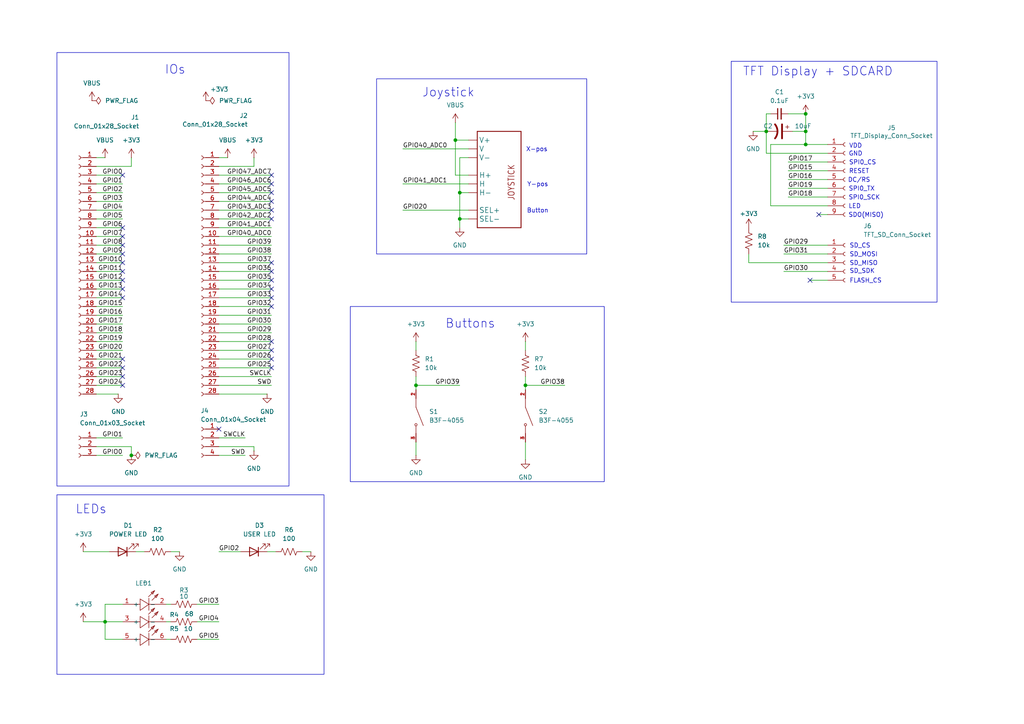
<source format=kicad_sch>
(kicad_sch (version 20250114) (generator "eeschema") (generator_version "9.0")
  (paper "A4")
  (lib_symbols
    (symbol "B3F:B3F-4055" (pin_names (offset 1.016))
      (property "Reference" "S" (at -2.54 2.54 0))
      (property "Value" "B3F-4055" (at -2.54 -2.54 0))
      (symbol "B3F-4055_0_0"
        (polyline (pts (xy -2.54 0) (xy -5.08 0)) (stroke (width 0.1524)))
        (polyline (pts (xy -2.54 0) (xy 2.794 2.1336)) (stroke (width 0.1524)))
        (circle (center 2.54 0) (radius 0.3302) (stroke (width 0.1524)))
        (polyline (pts (xy 5.08 0) (xy 2.921 0)) (stroke (width 0.1524)))
        (pin passive line (at -7.62 0 0) (length 2.54) (name "~") (number "1"))
        (pin passive line (at -7.62 0 0) (length 2.54) (name "~") (number "2"))
        (pin passive line (at 7.62 0 180) (length 2.54) (name "~") (number "3"))
        (pin passive line (at 7.62 0 180) (length 2.54) (name "~") (number "4"))
      )
    )
    (symbol "Connector:Conn_01x03_Socket" (pin_names (offset 1.016) (hide yes))
      (property "Reference" "J" (at 0 5.08 0))
      (property "Value" "Conn_01x03_Socket" (at 0 -5.08 0))
      (symbol "Conn_01x03_Socket_1_1"
        (polyline (pts (xy -1.27 2.54) (xy -0.508 2.54)) (stroke (width 0.1524)))
        (polyline (pts (xy -1.27 0) (xy -0.508 0)) (stroke (width 0.1524)))
        (polyline (pts (xy -1.27 -2.54) (xy -0.508 -2.54)) (stroke (width 0.1524)))
        (arc (start 0 2.032) (mid -0.5058 2.54) (end 0 3.048) (stroke (width 0.1524)))
        (arc (start 0 -0.508) (mid -0.5058 0) (end 0 0.508) (stroke (width 0.1524)))
        (arc (start 0 -3.048) (mid -0.5058 -2.54) (end 0 -2.032) (stroke (width 0.1524)))
        (pin passive line (at -5.08 2.54 0) (length 3.81) (name "Pin_1") (number "1"))
        (pin passive line (at -5.08 0 0) (length 3.81) (name "Pin_2") (number "2"))
        (pin passive line (at -5.08 -2.54 0) (length 3.81) (name "Pin_3") (number "3"))
      )
    )
    (symbol "Connector:Conn_01x04_Socket" (pin_names (offset 1.016) (hide yes))
      (property "Reference" "J" (at 0 5.08 0))
      (property "Value" "Conn_01x04_Socket" (at 0 -7.62 0))
      (symbol "Conn_01x04_Socket_1_1"
        (polyline (pts (xy -1.27 2.54) (xy -0.508 2.54)) (stroke (width 0.1524)))
        (polyline (pts (xy -1.27 0) (xy -0.508 0)) (stroke (width 0.1524)))
        (polyline (pts (xy -1.27 -2.54) (xy -0.508 -2.54)) (stroke (width 0.1524)))
        (polyline (pts (xy -1.27 -5.08) (xy -0.508 -5.08)) (stroke (width 0.1524)))
        (arc (start 0 2.032) (mid -0.5058 2.54) (end 0 3.048) (stroke (width 0.1524)))
        (arc (start 0 -0.508) (mid -0.5058 0) (end 0 0.508) (stroke (width 0.1524)))
        (arc (start 0 -3.048) (mid -0.5058 -2.54) (end 0 -2.032) (stroke (width 0.1524)))
        (arc (start 0 -5.588) (mid -0.5058 -5.08) (end 0 -4.572) (stroke (width 0.1524)))
        (pin passive line (at -5.08 2.54 0) (length 3.81) (name "Pin_1") (number "1"))
        (pin passive line (at -5.08 0 0) (length 3.81) (name "Pin_2") (number "2"))
        (pin passive line (at -5.08 -2.54 0) (length 3.81) (name "Pin_3") (number "3"))
        (pin passive line (at -5.08 -5.08 0) (length 3.81) (name "Pin_4") (number "4"))
      )
    )
    (symbol "Connector:Conn_01x05_Socket" (pin_names (offset 1.016) (hide yes))
      (property "Reference" "J" (at 0 7.62 0))
      (property "Value" "Conn_01x05_Socket" (at 0 -7.62 0))
      (symbol "Conn_01x05_Socket_1_1"
        (polyline (pts (xy -1.27 5.08) (xy -0.508 5.08)) (stroke (width 0.1524)))
        (polyline (pts (xy -1.27 2.54) (xy -0.508 2.54)) (stroke (width 0.1524)))
        (polyline (pts (xy -1.27 0) (xy -0.508 0)) (stroke (width 0.1524)))
        (polyline (pts (xy -1.27 -2.54) (xy -0.508 -2.54)) (stroke (width 0.1524)))
        (polyline (pts (xy -1.27 -5.08) (xy -0.508 -5.08)) (stroke (width 0.1524)))
        (arc (start 0 4.572) (mid -0.5058 5.08) (end 0 5.588) (stroke (width 0.1524)))
        (arc (start 0 2.032) (mid -0.5058 2.54) (end 0 3.048) (stroke (width 0.1524)))
        (arc (start 0 -0.508) (mid -0.5058 0) (end 0 0.508) (stroke (width 0.1524)))
        (arc (start 0 -3.048) (mid -0.5058 -2.54) (end 0 -2.032) (stroke (width 0.1524)))
        (arc (start 0 -5.588) (mid -0.5058 -5.08) (end 0 -4.572) (stroke (width 0.1524)))
        (pin passive line (at -5.08 5.08 0) (length 3.81) (name "Pin_1") (number "1"))
        (pin passive line (at -5.08 2.54 0) (length 3.81) (name "Pin_2") (number "2"))
        (pin passive line (at -5.08 0 0) (length 3.81) (name "Pin_3") (number "3"))
        (pin passive line (at -5.08 -2.54 0) (length 3.81) (name "Pin_4") (number "4"))
        (pin passive line (at -5.08 -5.08 0) (length 3.81) (name "Pin_5") (number "5"))
      )
    )
    (symbol "Connector:Conn_01x09_Socket" (pin_names (offset 1.016) (hide yes))
      (property "Reference" "J" (at 0 12.7 0))
      (property "Value" "Conn_01x09_Socket" (at 0 -12.7 0))
      (symbol "Conn_01x09_Socket_1_1"
        (polyline (pts (xy -1.27 10.16) (xy -0.508 10.16)) (stroke (width 0.1524)))
        (polyline (pts (xy -1.27 7.62) (xy -0.508 7.62)) (stroke (width 0.1524)))
        (polyline (pts (xy -1.27 5.08) (xy -0.508 5.08)) (stroke (width 0.1524)))
        (polyline (pts (xy -1.27 2.54) (xy -0.508 2.54)) (stroke (width 0.1524)))
        (polyline (pts (xy -1.27 0) (xy -0.508 0)) (stroke (width 0.1524)))
        (polyline (pts (xy -1.27 -2.54) (xy -0.508 -2.54)) (stroke (width 0.1524)))
        (polyline (pts (xy -1.27 -5.08) (xy -0.508 -5.08)) (stroke (width 0.1524)))
        (polyline (pts (xy -1.27 -7.62) (xy -0.508 -7.62)) (stroke (width 0.1524)))
        (polyline (pts (xy -1.27 -10.16) (xy -0.508 -10.16)) (stroke (width 0.1524)))
        (arc (start 0 9.652) (mid -0.5058 10.16) (end 0 10.668) (stroke (width 0.1524)))
        (arc (start 0 7.112) (mid -0.5058 7.62) (end 0 8.128) (stroke (width 0.1524)))
        (arc (start 0 4.572) (mid -0.5058 5.08) (end 0 5.588) (stroke (width 0.1524)))
        (arc (start 0 2.032) (mid -0.5058 2.54) (end 0 3.048) (stroke (width 0.1524)))
        (arc (start 0 -0.508) (mid -0.5058 0) (end 0 0.508) (stroke (width 0.1524)))
        (arc (start 0 -3.048) (mid -0.5058 -2.54) (end 0 -2.032) (stroke (width 0.1524)))
        (arc (start 0 -5.588) (mid -0.5058 -5.08) (end 0 -4.572) (stroke (width 0.1524)))
        (arc (start 0 -8.128) (mid -0.5058 -7.62) (end 0 -7.112) (stroke (width 0.1524)))
        (arc (start 0 -10.668) (mid -0.5058 -10.16) (end 0 -9.652) (stroke (width 0.1524)))
        (pin passive line (at -5.08 10.16 0) (length 3.81) (name "Pin_1") (number "1"))
        (pin passive line (at -5.08 7.62 0) (length 3.81) (name "Pin_2") (number "2"))
        (pin passive line (at -5.08 5.08 0) (length 3.81) (name "Pin_3") (number "3"))
        (pin passive line (at -5.08 2.54 0) (length 3.81) (name "Pin_4") (number "4"))
        (pin passive line (at -5.08 0 0) (length 3.81) (name "Pin_5") (number "5"))
        (pin passive line (at -5.08 -2.54 0) (length 3.81) (name "Pin_6") (number "6"))
        (pin passive line (at -5.08 -5.08 0) (length 3.81) (name "Pin_7") (number "7"))
        (pin passive line (at -5.08 -7.62 0) (length 3.81) (name "Pin_8") (number "8"))
        (pin passive line (at -5.08 -10.16 0) (length 3.81) (name "Pin_9") (number "9"))
      )
    )
    (symbol "Connector:Conn_01x28_Socket" (pin_names (offset 1.016) (hide yes))
      (property "Reference" "J" (at 0 35.56 0))
      (property "Value" "Conn_01x28_Socket" (at 0 -38.1 0))
      (symbol "Conn_01x28_Socket_1_1"
        (polyline (pts (xy -1.27 33.02) (xy -0.508 33.02)) (stroke (width 0.1524)))
        (polyline (pts (xy -1.27 30.48) (xy -0.508 30.48)) (stroke (width 0.1524)))
        (polyline (pts (xy -1.27 27.94) (xy -0.508 27.94)) (stroke (width 0.1524)))
        (polyline (pts (xy -1.27 25.4) (xy -0.508 25.4)) (stroke (width 0.1524)))
        (polyline (pts (xy -1.27 22.86) (xy -0.508 22.86)) (stroke (width 0.1524)))
        (polyline (pts (xy -1.27 20.32) (xy -0.508 20.32)) (stroke (width 0.1524)))
        (polyline (pts (xy -1.27 17.78) (xy -0.508 17.78)) (stroke (width 0.1524)))
        (polyline (pts (xy -1.27 15.24) (xy -0.508 15.24)) (stroke (width 0.1524)))
        (polyline (pts (xy -1.27 12.7) (xy -0.508 12.7)) (stroke (width 0.1524)))
        (polyline (pts (xy -1.27 10.16) (xy -0.508 10.16)) (stroke (width 0.1524)))
        (polyline (pts (xy -1.27 7.62) (xy -0.508 7.62)) (stroke (width 0.1524)))
        (polyline (pts (xy -1.27 5.08) (xy -0.508 5.08)) (stroke (width 0.1524)))
        (polyline (pts (xy -1.27 2.54) (xy -0.508 2.54)) (stroke (width 0.1524)))
        (polyline (pts (xy -1.27 0) (xy -0.508 0)) (stroke (width 0.1524)))
        (polyline (pts (xy -1.27 -2.54) (xy -0.508 -2.54)) (stroke (width 0.1524)))
        (polyline (pts (xy -1.27 -5.08) (xy -0.508 -5.08)) (stroke (width 0.1524)))
        (polyline (pts (xy -1.27 -7.62) (xy -0.508 -7.62)) (stroke (width 0.1524)))
        (polyline (pts (xy -1.27 -10.16) (xy -0.508 -10.16)) (stroke (width 0.1524)))
        (polyline (pts (xy -1.27 -12.7) (xy -0.508 -12.7)) (stroke (width 0.1524)))
        (polyline (pts (xy -1.27 -15.24) (xy -0.508 -15.24)) (stroke (width 0.1524)))
        (polyline (pts (xy -1.27 -17.78) (xy -0.508 -17.78)) (stroke (width 0.1524)))
        (polyline (pts (xy -1.27 -20.32) (xy -0.508 -20.32)) (stroke (width 0.1524)))
        (polyline (pts (xy -1.27 -22.86) (xy -0.508 -22.86)) (stroke (width 0.1524)))
        (polyline (pts (xy -1.27 -25.4) (xy -0.508 -25.4)) (stroke (width 0.1524)))
        (polyline (pts (xy -1.27 -27.94) (xy -0.508 -27.94)) (stroke (width 0.1524)))
        (polyline (pts (xy -1.27 -30.48) (xy -0.508 -30.48)) (stroke (width 0.1524)))
        (polyline (pts (xy -1.27 -33.02) (xy -0.508 -33.02)) (stroke (width 0.1524)))
        (polyline (pts (xy -1.27 -35.56) (xy -0.508 -35.56)) (stroke (width 0.1524)))
        (arc (start 0 32.512) (mid -0.5058 33.02) (end 0 33.528) (stroke (width 0.1524)))
        (arc (start 0 29.972) (mid -0.5058 30.48) (end 0 30.988) (stroke (width 0.1524)))
        (arc (start 0 27.432) (mid -0.5058 27.94) (end 0 28.448) (stroke (width 0.1524)))
        (arc (start 0 24.892) (mid -0.5058 25.4) (end 0 25.908) (stroke (width 0.1524)))
        (arc (start 0 22.352) (mid -0.5058 22.86) (end 0 23.368) (stroke (width 0.1524)))
        (arc (start 0 19.812) (mid -0.5058 20.32) (end 0 20.828) (stroke (width 0.1524)))
        (arc (start 0 17.272) (mid -0.5058 17.78) (end 0 18.288) (stroke (width 0.1524)))
        (arc (start 0 14.732) (mid -0.5058 15.24) (end 0 15.748) (stroke (width 0.1524)))
        (arc (start 0 12.192) (mid -0.5058 12.7) (end 0 13.208) (stroke (width 0.1524)))
        (arc (start 0 9.652) (mid -0.5058 10.16) (end 0 10.668) (stroke (width 0.1524)))
        (arc (start 0 7.112) (mid -0.5058 7.62) (end 0 8.128) (stroke (width 0.1524)))
        (arc (start 0 4.572) (mid -0.5058 5.08) (end 0 5.588) (stroke (width 0.1524)))
        (arc (start 0 2.032) (mid -0.5058 2.54) (end 0 3.048) (stroke (width 0.1524)))
        (arc (start 0 -0.508) (mid -0.5058 0) (end 0 0.508) (stroke (width 0.1524)))
        (arc (start 0 -3.048) (mid -0.5058 -2.54) (end 0 -2.032) (stroke (width 0.1524)))
        (arc (start 0 -5.588) (mid -0.5058 -5.08) (end 0 -4.572) (stroke (width 0.1524)))
        (arc (start 0 -8.128) (mid -0.5058 -7.62) (end 0 -7.112) (stroke (width 0.1524)))
        (arc (start 0 -10.668) (mid -0.5058 -10.16) (end 0 -9.652) (stroke (width 0.1524)))
        (arc (start 0 -13.208) (mid -0.5058 -12.7) (end 0 -12.192) (stroke (width 0.1524)))
        (arc (start 0 -15.748) (mid -0.5058 -15.24) (end 0 -14.732) (stroke (width 0.1524)))
        (arc (start 0 -18.288) (mid -0.5058 -17.78) (end 0 -17.272) (stroke (width 0.1524)))
        (arc (start 0 -20.828) (mid -0.5058 -20.32) (end 0 -19.812) (stroke (width 0.1524)))
        (arc (start 0 -23.368) (mid -0.5058 -22.86) (end 0 -22.352) (stroke (width 0.1524)))
        (arc (start 0 -25.908) (mid -0.5058 -25.4) (end 0 -24.892) (stroke (width 0.1524)))
        (arc (start 0 -28.448) (mid -0.5058 -27.94) (end 0 -27.432) (stroke (width 0.1524)))
        (arc (start 0 -30.988) (mid -0.5058 -30.48) (end 0 -29.972) (stroke (width 0.1524)))
        (arc (start 0 -33.528) (mid -0.5058 -33.02) (end 0 -32.512) (stroke (width 0.1524)))
        (arc (start 0 -36.068) (mid -0.5058 -35.56) (end 0 -35.052) (stroke (width 0.1524)))
        (pin passive line (at -5.08 33.02 0) (length 3.81) (name "Pin_1") (number "1"))
        (pin passive line (at -5.08 30.48 0) (length 3.81) (name "Pin_2") (number "2"))
        (pin passive line (at -5.08 27.94 0) (length 3.81) (name "Pin_3") (number "3"))
        (pin passive line (at -5.08 25.4 0) (length 3.81) (name "Pin_4") (number "4"))
        (pin passive line (at -5.08 22.86 0) (length 3.81) (name "Pin_5") (number "5"))
        (pin passive line (at -5.08 20.32 0) (length 3.81) (name "Pin_6") (number "6"))
        (pin passive line (at -5.08 17.78 0) (length 3.81) (name "Pin_7") (number "7"))
        (pin passive line (at -5.08 15.24 0) (length 3.81) (name "Pin_8") (number "8"))
        (pin passive line (at -5.08 12.7 0) (length 3.81) (name "Pin_9") (number "9"))
        (pin passive line (at -5.08 10.16 0) (length 3.81) (name "Pin_10") (number "10"))
        (pin passive line (at -5.08 7.62 0) (length 3.81) (name "Pin_11") (number "11"))
        (pin passive line (at -5.08 5.08 0) (length 3.81) (name "Pin_12") (number "12"))
        (pin passive line (at -5.08 2.54 0) (length 3.81) (name "Pin_13") (number "13"))
        (pin passive line (at -5.08 0 0) (length 3.81) (name "Pin_14") (number "14"))
        (pin passive line (at -5.08 -2.54 0) (length 3.81) (name "Pin_15") (number "15"))
        (pin passive line (at -5.08 -5.08 0) (length 3.81) (name "Pin_16") (number "16"))
        (pin passive line (at -5.08 -7.62 0) (length 3.81) (name "Pin_17") (number "17"))
        (pin passive line (at -5.08 -10.16 0) (length 3.81) (name "Pin_18") (number "18"))
        (pin passive line (at -5.08 -12.7 0) (length 3.81) (name "Pin_19") (number "19"))
        (pin passive line (at -5.08 -15.24 0) (length 3.81) (name "Pin_20") (number "20"))
        (pin passive line (at -5.08 -17.78 0) (length 3.81) (name "Pin_21") (number "21"))
        (pin passive line (at -5.08 -20.32 0) (length 3.81) (name "Pin_22") (number "22"))
        (pin passive line (at -5.08 -22.86 0) (length 3.81) (name "Pin_23") (number "23"))
        (pin passive line (at -5.08 -25.4 0) (length 3.81) (name "Pin_24") (number "24"))
        (pin passive line (at -5.08 -27.94 0) (length 3.81) (name "Pin_25") (number "25"))
        (pin passive line (at -5.08 -30.48 0) (length 3.81) (name "Pin_26") (number "26"))
        (pin passive line (at -5.08 -33.02 0) (length 3.81) (name "Pin_27") (number "27"))
        (pin passive line (at -5.08 -35.56 0) (length 3.81) (name "Pin_28") (number "28"))
      )
    )
    (symbol "Device:C_Polarized_US" (pin_numbers (hide yes)) (pin_names (offset 0.254) (hide yes))
      (property "Reference" "C" (at 0.635 2.54 0))
      (property "Value" "C_Polarized_US" (at 0.635 -2.54 0))
      (symbol "C_Polarized_US_0_1"
        (polyline (pts (xy -2.032 0.762) (xy 2.032 0.762)) (stroke (width 0.508)))
        (polyline (pts (xy -1.778 2.286) (xy -0.762 2.286)))
        (polyline (pts (xy -1.27 1.778) (xy -1.27 2.794)))
        (arc (start -2.032 -1.27) (mid 0 -0.5572) (end 2.032 -1.27) (stroke (width 0.508)))
      )
      (symbol "C_Polarized_US_1_1"
        (pin passive line (at 0 3.81 270) (length 2.794) (name "~") (number "1"))
        (pin passive line (at 0 -3.81 90) (length 3.302) (name "~") (number "2"))
      )
    )
    (symbol "Device:C_Small" (pin_numbers (hide yes)) (pin_names (offset 0.254) (hide yes))
      (property "Reference" "C" (at 0.254 1.778 0))
      (property "Value" "C_Small" (at 0.254 -2.032 0))
      (symbol "C_Small_0_1"
        (polyline (pts (xy -1.524 0.508) (xy 1.524 0.508)) (stroke (width 0.3048)))
        (polyline (pts (xy -1.524 -0.508) (xy 1.524 -0.508)) (stroke (width 0.3302)))
      )
      (symbol "C_Small_1_1"
        (pin passive line (at 0 2.54 270) (length 2.032) (name "~") (number "1"))
        (pin passive line (at 0 -2.54 90) (length 2.032) (name "~") (number "2"))
      )
    )
    (symbol "Device:LED" (pin_numbers (hide yes)) (pin_names (offset 1.016) (hide yes))
      (property "Reference" "D" (at 0 2.54 0))
      (property "Value" "LED" (at 0 -2.54 0))
      (symbol "LED_0_1"
        (polyline (pts (xy -3.048 -0.762) (xy -4.572 -2.286) (xy -3.81 -2.286) (xy -4.572 -2.286) (xy -4.572 -1.524)))
        (polyline (pts (xy -1.778 -0.762) (xy -3.302 -2.286) (xy -2.54 -2.286) (xy -3.302 -2.286) (xy -3.302 -1.524)))
        (polyline (pts (xy -1.27 0) (xy 1.27 0)))
        (polyline (pts (xy -1.27 -1.27) (xy -1.27 1.27)) (stroke (width 0.254)))
        (polyline (pts (xy 1.27 -1.27) (xy 1.27 1.27) (xy -1.27 0) (xy 1.27 -1.27)) (stroke (width 0.254)))
      )
      (symbol "LED_1_1"
        (pin passive line (at -3.81 0 0) (length 2.54) (name "K") (number "1"))
        (pin passive line (at 3.81 0 180) (length 2.54) (name "A") (number "2"))
      )
    )
    (symbol "Device:R_US" (pin_numbers (hide yes)) (pin_names (offset 0))
      (property "Reference" "R" (at 2.54 0 90))
      (property "Value" "R_US" (at -2.54 0 90))
      (symbol "R_US_0_1"
        (polyline (pts (xy 0 2.286) (xy 0 2.54)))
        (polyline (pts (xy 0 2.286) (xy 1.016 1.905) (xy 0 1.524) (xy -1.016 1.143) (xy 0 0.762)))
        (polyline (pts (xy 0 0.762) (xy 1.016 0.381) (xy 0 0) (xy -1.016 -0.381) (xy 0 -0.762)))
        (polyline (pts (xy 0 -0.762) (xy 1.016 -1.143) (xy 0 -1.524) (xy -1.016 -1.905) (xy 0 -2.286)))
        (polyline (pts (xy 0 -2.286) (xy 0 -2.54)))
      )
      (symbol "R_US_1_1"
        (pin passive line (at 0 3.81 270) (length 1.27) (name "~") (number "1"))
        (pin passive line (at 0 -3.81 90) (length 1.27) (name "~") (number "2"))
      )
    )
    (symbol "SMD-6P,1.6x1.5mm RGB LEDs:E6C1615RGBC3UDA"
      (property "Reference" "LED" (at 0 0 0))
      (symbol "E6C1615RGBC3UDA_1_0"
        (polyline (pts (xy -9.017 4.191) (xy -8.509 3.175) (xy -8.509 3.175) (xy -8.001 3.683) (xy -8.001 3.683) (xy -9.017 4.191)))
        (polyline (pts (xy -8.001 5.207) (xy -7.493 4.191) (xy -7.493 4.191) (xy -6.985 4.699) (xy -6.985 4.699) (xy -8.001 5.207)))
        (polyline (pts (xy -7.239 2.413) (xy -9.017 4.191)))
        (polyline (pts (xy -6.858 2.54) (xy -3.302 2.54)))
        (polyline (pts (xy -6.604 0) (xy -5.08 2.54) (xy -5.08 2.54) (xy -3.302 0) (xy -3.302 0) (xy -6.604 0)))
        (polyline (pts (xy -6.223 3.429) (xy -8.001 5.207)))
        (polyline (pts (xy -5.08 2.54) (xy -5.08 5.08)))
        (polyline (pts (xy -5.08 0) (xy -5.08 -2.54)))
        (polyline (pts (xy -3.937 4.191) (xy -3.429 3.175) (xy -3.429 3.175) (xy -2.921 3.683) (xy -2.921 3.683) (xy -3.937 4.191)))
        (polyline (pts (xy -2.921 5.207) (xy -2.413 4.191) (xy -2.413 4.191) (xy -1.905 4.699) (xy -1.905 4.699) (xy -2.921 5.207)))
        (polyline (pts (xy -2.159 2.413) (xy -3.937 4.191)))
        (polyline (pts (xy -1.778 2.54) (xy 1.778 2.54)))
        (polyline (pts (xy -1.524 0) (xy 0 2.54) (xy 0 2.54) (xy 1.778 0) (xy 1.778 0) (xy -1.524 0)))
        (polyline (pts (xy -1.143 3.429) (xy -2.921 5.207)))
        (polyline (pts (xy 0 2.54) (xy 0 5.08)))
        (polyline (pts (xy 0 0) (xy 0 -2.54)))
        (polyline (pts (xy 1.143 4.191) (xy 1.651 3.175) (xy 1.651 3.175) (xy 2.159 3.683) (xy 2.159 3.683) (xy 1.143 4.191)))
        (polyline (pts (xy 2.159 5.207) (xy 2.667 4.191) (xy 2.667 4.191) (xy 3.175 4.699) (xy 3.175 4.699) (xy 2.159 5.207)))
        (polyline (pts (xy 2.921 2.413) (xy 1.143 4.191)))
        (polyline (pts (xy 3.302 2.54) (xy 6.858 2.54)))
        (polyline (pts (xy 3.556 0) (xy 5.08 2.54) (xy 5.08 2.54) (xy 6.858 0) (xy 6.858 0) (xy 3.556 0)))
        (polyline (pts (xy 3.937 3.429) (xy 2.159 5.207)))
        (polyline (pts (xy 5.08 2.54) (xy 5.08 5.08)))
        (polyline (pts (xy 5.08 0) (xy 5.08 -2.54)))
        (pin unspecified line (at -5.08 7.62 270) (length 2.54) (name "-") (number "2"))
        (pin unspecified line (at -5.08 -5.08 90) (length 2.54) (name "+") (number "1"))
        (pin unspecified line (at 0 7.62 270) (length 2.54) (name "-") (number "4"))
        (pin unspecified line (at 0 -5.08 90) (length 2.54) (name "+") (number "3"))
        (pin unspecified line (at 5.08 7.62 270) (length 2.54) (name "-") (number "6"))
        (pin unspecified line (at 5.08 -5.08 90) (length 2.54) (name "+") (number "5"))
      )
    )
    (symbol "joystick:adafruit_JOYSTICKPTH"
      (symbol "adafruit_JOYSTICKPTH_1_0"
        (polyline (pts (xy -7.62 12.7) (xy 5.08 12.7)) (stroke (width 0.254)))
        (polyline (pts (xy -7.62 -15.24) (xy -7.62 12.7)) (stroke (width 0.254)))
        (polyline (pts (xy 5.08 12.7) (xy 5.08 -15.24)) (stroke (width 0.254)))
        (polyline (pts (xy 5.08 -15.24) (xy -7.62 -15.24)) (stroke (width 0.254)))
        (text "JOYSTICK" (at 3.302 -7.366 900) (effects (font (size 1.778 1.5113)) (justify left bottom)))
        (pin power_in line (at -10.16 10.16 0) (length 2.54) (name "V+") (number "V1"))
        (pin output line (at -10.16 7.62 0) (length 2.54) (name "V") (number "V2"))
        (pin power_in line (at -10.16 5.08 0) (length 2.54) (name "V-") (number "V3"))
        (pin power_in line (at -10.16 0 0) (length 2.54) (name "H+") (number "H1"))
        (pin output line (at -10.16 -2.54 0) (length 2.54) (name "H") (number "H2"))
        (pin power_in line (at -10.16 -5.08 0) (length 2.54) (name "H-") (number "H3"))
        (pin output line (at -10.16 -10.16 0) (length 2.54) (name "SEL+") (number "B1A"))
        (pin power_in line (at -10.16 -12.7 0) (length 2.54) (name "SEL-") (number "B2A"))
      )
    )
    (symbol "power:+3V3" (power) (pin_numbers (hide yes)) (pin_names (offset 0) (hide yes))
      (property "Value" "+3V3" (at 0 3.556 0))
      (symbol "+3V3_0_1"
        (polyline (pts (xy -0.762 1.27) (xy 0 2.54)))
        (polyline (pts (xy 0 2.54) (xy 0.762 1.27)))
        (polyline (pts (xy 0 0) (xy 0 2.54)))
      )
      (symbol "+3V3_1_1"
        (pin power_in line (at 0 0 90) (length 0) (name "~") (number "1"))
      )
    )
    (symbol "power:GND" (power) (pin_numbers (hide yes)) (pin_names (offset 0) (hide yes))
      (property "Value" "GND" (at 0 -3.81 0))
      (symbol "GND_0_1"
        (polyline (pts (xy 0 0) (xy 0 -1.27) (xy 1.27 -1.27) (xy 0 -2.54) (xy -1.27 -1.27) (xy 0 -1.27)))
      )
      (symbol "GND_1_1"
        (pin power_in line (at 0 0 270) (length 0) (name "~") (number "1"))
      )
    )
    (symbol "power:PWR_FLAG" (power) (pin_numbers (hide yes)) (pin_names (offset 0) (hide yes))
      (property "Value" "PWR_FLAG" (at 0 3.81 0))
      (symbol "PWR_FLAG_0_0"
        (pin power_out line (at 0 0 90) (length 0) (name "~") (number "1"))
      )
      (symbol "PWR_FLAG_0_1"
        (polyline (pts (xy 0 0) (xy 0 1.27) (xy -1.016 1.905) (xy 0 2.54) (xy 1.016 1.905) (xy 0 1.27)))
      )
    )
    (symbol "power:VBUS" (power) (pin_numbers (hide yes)) (pin_names (offset 0) (hide yes))
      (property "Value" "VBUS" (at 0 3.556 0))
      (symbol "VBUS_0_1"
        (polyline (pts (xy -0.762 1.27) (xy 0 2.54)))
        (polyline (pts (xy 0 2.54) (xy 0.762 1.27)))
        (polyline (pts (xy 0 0) (xy 0 2.54)))
      )
      (symbol "VBUS_1_1"
        (pin power_in line (at 0 0 90) (length 0) (name "~") (number "1"))
      )
    )
  )
  (rectangle (start 16.51 143.51) (end 93.98 195.58))
  (rectangle (start 212.09 17.78) (end 271.78 87.63))
  (rectangle (start 101.6 88.9) (end 175.26 139.7))
  (rectangle (start 16.51 15.24) (end 83.82 140.97))
  (rectangle (start 109.22 22.86) (end 170.18 73.66))
  (text "RESET" (at 249.174 49.784 0) (effects (font (size 1.27 1.27))))
  (text "TFT Display + SDCARD\n" (at 237.236 20.828 0) (effects (font (size 2.54 2.54))))
  (text "SD_CS" (at 246.38 71.374 0) (effects (font (size 1.27 1.27)) (justify left)))
  (text "FLASH_CS" (at 246.38 81.534 0) (effects (font (size 1.27 1.27)) (justify left)))
  (text "Joystick\n" (at 130.048 26.924 0) (effects (font (size 2.54 2.54))))
  (text "SD_MISO" (at 246.38 76.454 0) (effects (font (size 1.27 1.27)) (justify left)))
  (text "LED" (at 247.904 59.944 0) (effects (font (size 1.27 1.27))))
  (text "SD_MOSI" (at 246.38 73.914 0) (effects (font (size 1.27 1.27)) (justify left)))
  (text "Y-pos" (at 155.956 53.594 0) (effects (font (size 1.27 1.27))))
  (text "VDD" (at 248.158 42.418 0) (effects (font (size 1.27 1.27))))
  (text "SPI0_SCK" (at 250.698 57.404 0) (effects (font (size 1.27 1.27))))
  (text "GND" (at 248.158 44.704 0) (effects (font (size 1.27 1.27))))
  (text "IOs\n" (at 50.8 20.32 0) (effects (font (size 2.54 2.54))))
  (text "X-pos" (at 155.702 43.434 0) (effects (font (size 1.27 1.27))))
  (text "SPI0_TX" (at 249.936 54.864 0) (effects (font (size 1.27 1.27))))
  (text "LEDs" (at 26.416 147.828 0) (effects (font (size 2.54 2.54))))
  (text "SPI0_CS\n" (at 250.19 47.244 0) (effects (font (size 1.27 1.27))))
  (text "SD_SDK" (at 246.38 78.74 0) (effects (font (size 1.27 1.27)) (justify left)))
  (text "DC/RS" (at 249.174 52.324 0) (effects (font (size 1.27 1.27))))
  (text "Button" (at 155.956 61.214 0) (effects (font (size 1.27 1.27))))
  (text "Buttons" (at 136.398 93.98 0) (effects (font (size 2.54 2.54))))
  (text "SDO(MISO)" (at 251.206 62.484 0) (effects (font (size 1.27 1.27))))
  (junction (at 233.68 33.02))
  (junction (at 222.25 38.1))
  (junction (at 152.4 111.76))
  (junction (at 133.35 55.88))
  (junction (at 38.1 132.08))
  (junction (at 132.08 40.64))
  (junction (at 120.65 111.76))
  (junction (at 133.35 63.5))
  (junction (at 233.68 38.1))
  (junction (at 30.48 180.34))
  (junction (at 233.68 41.91))
  (no_connect (at 78.74 104.14))
  (no_connect (at 35.56 81.28))
  (no_connect (at 35.56 109.22))
  (no_connect (at 63.5 124.46))
  (no_connect (at 237.49 62.23))
  (no_connect (at 35.56 83.82))
  (no_connect (at 35.56 111.76))
  (no_connect (at 78.74 76.2))
  (no_connect (at 35.56 104.14))
  (no_connect (at 78.74 78.74))
  (no_connect (at 78.74 60.96))
  (no_connect (at 78.74 81.28))
  (no_connect (at 35.56 78.74))
  (no_connect (at 78.74 63.5))
  (no_connect (at 78.74 106.68))
  (no_connect (at 35.56 71.12))
  (no_connect (at 35.56 106.68))
  (no_connect (at 78.74 55.88))
  (no_connect (at 35.56 73.66))
  (no_connect (at 234.95 81.28))
  (no_connect (at 78.74 53.34))
  (no_connect (at 35.56 66.04))
  (no_connect (at 78.74 99.06))
  (no_connect (at 35.56 50.8))
  (no_connect (at 35.56 86.36))
  (no_connect (at 78.74 88.9))
  (no_connect (at 35.56 68.58))
  (no_connect (at 78.74 86.36))
  (no_connect (at 35.56 76.2))
  (no_connect (at 78.74 58.42))
  (no_connect (at 78.74 83.82))
  (no_connect (at 78.74 50.8))
  (no_connect (at 78.74 101.6))
  (wire (pts (xy 35.56 132.08) (xy 27.94 132.08)))
  (wire (pts (xy 35.56 76.2) (xy 27.94 76.2)))
  (wire (pts (xy 222.25 33.02) (xy 222.25 38.1)))
  (wire (pts (xy 35.56 104.14) (xy 27.94 104.14)))
  (wire (pts (xy 63.5 45.72) (xy 66.04 45.72)))
  (wire (pts (xy 35.56 55.88) (xy 27.94 55.88)))
  (wire (pts (xy 63.5 86.36) (xy 78.74 86.36)))
  (wire (pts (xy 63.5 109.22) (xy 78.74 109.22)))
  (wire (pts (xy 63.5 58.42) (xy 78.74 58.42)))
  (wire (pts (xy 38.1 48.26) (xy 27.94 48.26)))
  (wire (pts (xy 237.49 62.23) (xy 240.03 62.23)))
  (wire (pts (xy 48.26 175.26) (xy 49.53 175.26)))
  (wire (pts (xy 35.56 101.6) (xy 27.94 101.6)))
  (wire (pts (xy 222.25 44.45) (xy 240.03 44.45)))
  (wire (pts (xy 35.56 63.5) (xy 27.94 63.5)))
  (wire (pts (xy 132.08 40.64) (xy 135.89 40.64)))
  (wire (pts (xy 35.56 99.06) (xy 27.94 99.06)))
  (wire (pts (xy 35.56 91.44) (xy 27.94 91.44)))
  (wire (pts (xy 63.5 73.66) (xy 78.74 73.66)))
  (wire (pts (xy 223.52 59.69) (xy 240.03 59.69)))
  (wire (pts (xy 63.5 88.9) (xy 78.74 88.9)))
  (wire (pts (xy 227.33 71.12) (xy 240.03 71.12)))
  (wire (pts (xy 63.5 76.2) (xy 78.74 76.2)))
  (wire (pts (xy 35.56 78.74) (xy 27.94 78.74)))
  (wire (pts (xy 63.5 71.12) (xy 78.74 71.12)))
  (wire (pts (xy 223.52 33.02) (xy 222.25 33.02)))
  (wire (pts (xy 35.56 58.42) (xy 27.94 58.42)))
  (wire (pts (xy 63.5 48.26) (xy 73.66 48.26)))
  (wire (pts (xy 63.5 101.6) (xy 78.74 101.6)))
  (wire (pts (xy 228.6 52.07) (xy 240.03 52.07)))
  (wire (pts (xy 228.6 46.99) (xy 240.03 46.99)))
  (wire (pts (xy 63.5 106.68) (xy 78.74 106.68)))
  (wire (pts (xy 27.94 50.8) (xy 35.56 50.8)))
  (wire (pts (xy 73.66 48.26) (xy 73.66 45.72)))
  (wire (pts (xy 163.83 111.76) (xy 152.4 111.76)))
  (wire (pts (xy 57.15 180.34) (xy 63.5 180.34)))
  (wire (pts (xy 35.56 83.82) (xy 27.94 83.82)))
  (wire (pts (xy 48.26 185.42) (xy 49.53 185.42)))
  (wire (pts (xy 87.63 160.02) (xy 90.17 160.02)))
  (wire (pts (xy 133.35 63.5) (xy 135.89 63.5)))
  (wire (pts (xy 233.68 38.1) (xy 233.68 41.91)))
  (wire (pts (xy 228.6 57.15) (xy 240.03 57.15)))
  (wire (pts (xy 38.1 45.72) (xy 38.1 48.26)))
  (wire (pts (xy 30.48 45.72) (xy 27.94 45.72)))
  (wire (pts (xy 35.56 111.76) (xy 27.94 111.76)))
  (wire (pts (xy 63.5 175.26) (xy 57.15 175.26)))
  (wire (pts (xy 24.13 160.02) (xy 31.75 160.02)))
  (wire (pts (xy 38.1 132.08) (xy 38.1 129.54)))
  (wire (pts (xy 133.35 63.5) (xy 133.35 66.04)))
  (wire (pts (xy 77.47 160.02) (xy 80.01 160.02)))
  (wire (pts (xy 35.56 106.68) (xy 27.94 106.68)))
  (wire (pts (xy 227.33 78.74) (xy 240.03 78.74)))
  (wire (pts (xy 63.5 83.82) (xy 78.74 83.82)))
  (wire (pts (xy 120.65 111.76) (xy 120.65 113.03)))
  (wire (pts (xy 63.5 160.02) (xy 69.85 160.02)))
  (wire (pts (xy 35.56 93.98) (xy 27.94 93.98)))
  (wire (pts (xy 132.08 50.8) (xy 132.08 40.64)))
  (wire (pts (xy 120.65 128.27) (xy 120.65 132.08)))
  (wire (pts (xy 35.56 53.34) (xy 27.94 53.34)))
  (wire (pts (xy 49.53 160.02) (xy 52.07 160.02)))
  (wire (pts (xy 228.6 49.53) (xy 240.03 49.53)))
  (wire (pts (xy 228.6 33.02) (xy 233.68 33.02)))
  (wire (pts (xy 35.56 73.66) (xy 27.94 73.66)))
  (wire (pts (xy 63.5 91.44) (xy 78.74 91.44)))
  (wire (pts (xy 63.5 55.88) (xy 78.74 55.88)))
  (wire (pts (xy 63.5 50.8) (xy 78.74 50.8)))
  (wire (pts (xy 38.1 129.54) (xy 27.94 129.54)))
  (wire (pts (xy 30.48 175.26) (xy 35.56 175.26)))
  (wire (pts (xy 35.56 71.12) (xy 27.94 71.12)))
  (wire (pts (xy 133.35 55.88) (xy 133.35 63.5)))
  (wire (pts (xy 152.4 128.27) (xy 152.4 133.35)))
  (wire (pts (xy 71.12 127) (xy 63.5 127)))
  (wire (pts (xy 132.08 35.56) (xy 132.08 40.64)))
  (wire (pts (xy 223.52 41.91) (xy 223.52 59.69)))
  (wire (pts (xy 35.56 60.96) (xy 27.94 60.96)))
  (wire (pts (xy 63.5 53.34) (xy 78.74 53.34)))
  (wire (pts (xy 63.5 60.96) (xy 78.74 60.96)))
  (wire (pts (xy 30.48 180.34) (xy 35.56 180.34)))
  (wire (pts (xy 152.4 111.76) (xy 152.4 113.03)))
  (wire (pts (xy 135.89 45.72) (xy 133.35 45.72)))
  (wire (pts (xy 116.84 53.34) (xy 135.89 53.34)))
  (wire (pts (xy 63.5 68.58) (xy 78.74 68.58)))
  (wire (pts (xy 63.5 114.3) (xy 77.47 114.3)))
  (wire (pts (xy 35.56 66.04) (xy 27.94 66.04)))
  (wire (pts (xy 73.66 129.54) (xy 63.5 129.54)))
  (wire (pts (xy 63.5 66.04) (xy 78.74 66.04)))
  (wire (pts (xy 218.44 38.1) (xy 222.25 38.1)))
  (wire (pts (xy 116.84 60.96) (xy 135.89 60.96)))
  (wire (pts (xy 63.5 111.76) (xy 78.74 111.76)))
  (wire (pts (xy 233.68 41.91) (xy 223.52 41.91)))
  (wire (pts (xy 120.65 99.06) (xy 120.65 101.6)))
  (wire (pts (xy 120.65 109.22) (xy 120.65 111.76)))
  (wire (pts (xy 35.56 81.28) (xy 27.94 81.28)))
  (wire (pts (xy 233.68 33.02) (xy 233.68 38.1)))
  (wire (pts (xy 233.68 38.1) (xy 229.87 38.1)))
  (wire (pts (xy 228.6 54.61) (xy 240.03 54.61)))
  (wire (pts (xy 30.48 185.42) (xy 35.56 185.42)))
  (wire (pts (xy 30.48 180.34) (xy 30.48 185.42)))
  (wire (pts (xy 116.84 43.18) (xy 135.89 43.18)))
  (wire (pts (xy 35.56 68.58) (xy 27.94 68.58)))
  (wire (pts (xy 63.5 104.14) (xy 78.74 104.14)))
  (wire (pts (xy 222.25 38.1) (xy 222.25 44.45)))
  (wire (pts (xy 39.37 160.02) (xy 41.91 160.02)))
  (wire (pts (xy 73.66 130.81) (xy 73.66 129.54)))
  (wire (pts (xy 133.35 55.88) (xy 135.89 55.88)))
  (wire (pts (xy 27.94 114.3) (xy 34.29 114.3)))
  (wire (pts (xy 30.48 180.34) (xy 30.48 175.26)))
  (wire (pts (xy 63.5 78.74) (xy 78.74 78.74)))
  (wire (pts (xy 217.17 73.66) (xy 217.17 76.2)))
  (wire (pts (xy 63.5 96.52) (xy 78.74 96.52)))
  (wire (pts (xy 35.56 127) (xy 27.94 127)))
  (wire (pts (xy 35.56 96.52) (xy 27.94 96.52)))
  (wire (pts (xy 120.65 111.76) (xy 133.35 111.76)))
  (wire (pts (xy 135.89 50.8) (xy 132.08 50.8)))
  (wire (pts (xy 152.4 109.22) (xy 152.4 111.76)))
  (wire (pts (xy 71.12 132.08) (xy 63.5 132.08)))
  (wire (pts (xy 57.15 185.42) (xy 63.5 185.42)))
  (wire (pts (xy 35.56 88.9) (xy 27.94 88.9)))
  (wire (pts (xy 133.35 45.72) (xy 133.35 55.88)))
  (wire (pts (xy 35.56 86.36) (xy 27.94 86.36)))
  (wire (pts (xy 227.33 73.66) (xy 240.03 73.66)))
  (wire (pts (xy 48.26 180.34) (xy 49.53 180.34)))
  (wire (pts (xy 63.5 99.06) (xy 78.74 99.06)))
  (wire (pts (xy 63.5 93.98) (xy 78.74 93.98)))
  (wire (pts (xy 234.95 81.28) (xy 240.03 81.28)))
  (wire (pts (xy 24.13 180.34) (xy 30.48 180.34)))
  (wire (pts (xy 63.5 81.28) (xy 78.74 81.28)))
  (wire (pts (xy 63.5 63.5) (xy 78.74 63.5)))
  (wire (pts (xy 152.4 99.06) (xy 152.4 101.6)))
  (wire (pts (xy 35.56 109.22) (xy 27.94 109.22)))
  (wire (pts (xy 217.17 76.2) (xy 240.03 76.2)))
  (wire (pts (xy 233.68 41.91) (xy 240.03 41.91)))
  (label "GPIO40_ADC0" (at 78.74 68.58 180))
  (label "GPIO32" (at 78.74 88.9 180))
  (label "GPIO8" (at 35.56 71.12 180))
  (label "GPIO34" (at 78.74 83.82 180))
  (label "GPIO38" (at 163.83 111.76 180))
  (label "GPIO6" (at 35.56 66.04 180))
  (label "GPIO31" (at 78.74 91.44 180))
  (label "GPIO22" (at 35.56 106.68 180))
  (label "GPIO9" (at 35.56 73.66 180))
  (label "GPIO20" (at 35.56 101.6 180))
  (label "GPIO41_ADC1" (at 116.84 53.34 0))
  (label "GPIO18" (at 35.56 96.52 180))
  (label "GPIO42_ADC2" (at 78.74 63.5 180))
  (label "GPIO16" (at 35.56 91.44 180))
  (label "GPIO16" (at 228.6 52.07 0))
  (label "GPIO13" (at 35.56 83.82 180))
  (label "GPIO21" (at 35.56 104.14 180))
  (label "SWD" (at 78.74 111.76 180))
  (label "GPIO0" (at 35.56 132.08 180))
  (label "GPIO24" (at 35.56 111.76 180))
  (label "SWCLK" (at 78.74 109.22 180))
  (label "GPIO36" (at 78.74 78.74 180))
  (label "GPIO41_ADC1" (at 78.74 66.04 180))
  (label "GPIO0" (at 35.56 50.8 180))
  (label "GPIO30" (at 227.33 78.74 0))
  (label "GPIO25" (at 78.74 106.68 180))
  (label "GPIO2" (at 35.56 55.88 180))
  (label "GPIO19" (at 35.56 99.06 180))
  (label "GPIO17" (at 35.56 93.98 180))
  (label "GPIO1" (at 35.56 127 180))
  (label "GPIO17" (at 228.6 46.99 0))
  (label "GPIO30" (at 78.74 93.98 180))
  (label "GPIO37" (at 78.74 76.2 180))
  (label "GPIO47_ADC7" (at 78.74 50.8 180))
  (label "GPIO27" (at 78.74 101.6 180))
  (label "GPIO3" (at 63.5 175.26 180))
  (label "GPIO12" (at 35.56 81.28 180))
  (label "GPIO14" (at 35.56 86.36 180))
  (label "GPIO5" (at 35.56 63.5 180))
  (label "GPIO15" (at 35.56 88.9 180))
  (label "GPIO43_ADC3" (at 78.74 60.96 180))
  (label "GPIO39" (at 133.35 111.76 180))
  (label "GPIO11" (at 35.56 78.74 180))
  (label "GPIO40_ADC0" (at 116.84 43.18 0))
  (label "GPIO45_ADC5" (at 78.74 55.88 180))
  (label "GPIO4" (at 63.5 180.34 180))
  (label "GPIO33" (at 78.74 86.36 180))
  (label "GPIO19" (at 228.6 54.61 0))
  (label "GPIO20" (at 116.84 60.96 0))
  (label "GPIO4" (at 35.56 60.96 180))
  (label "GPIO18" (at 228.6 57.15 0))
  (label "GPIO15" (at 228.6 49.53 0))
  (label "GPIO46_ADC6" (at 78.74 53.34 180))
  (label "GPIO35" (at 78.74 81.28 180))
  (label "GPIO38" (at 78.74 73.66 180))
  (label "SWCLK" (at 71.12 127 180))
  (label "SWD" (at 71.12 132.08 180))
  (label "GPIO29" (at 78.74 96.52 180))
  (label "GPIO10" (at 35.56 76.2 180))
  (label "GPIO39" (at 78.74 71.12 180))
  (label "GPIO31" (at 227.33 73.66 0))
  (label "GPIO28" (at 78.74 99.06 180))
  (label "GPIO3" (at 35.56 58.42 180))
  (label "GPIO2" (at 63.5 160.02 0))
  (label "GPIO29" (at 227.33 71.12 0))
  (label "GPIO1" (at 35.56 53.34 180))
  (label "GPIO23" (at 35.56 109.22 180))
  (label "GPIO5" (at 63.5 185.42 180))
  (label "GPIO26" (at 78.74 104.14 180))
  (label "GPIO44_ADC4" (at 78.74 58.42 180))
  (label "GPIO7" (at 35.56 68.58 180))
  (symbol (lib_id "joystick:adafruit_JOYSTICKPTH") (at 146.05 50.8 0) (unit 1)
    (property "Reference" "U1" (effects (hide yes)))
    (property "Footprint" "footprints2:XDCR_COM-09032" (effects (hide yes)))
    (property "Description" "Thumb Joystick Joystick commonly found in PS2 controllers. Two pots and a select switch. Adapted from Sparkfun Library (but for more common 6mm switch sticks)" (effects (hide yes)))
  )
  (symbol (lib_id "Device:C_Small") (at 226.06 33.02 90) (unit 1)
    (property "Reference" "C1" (at 226.0663 26.67 90))
    (property "Value" "0.1uF" (at 226.0663 29.21 90))
    (property "Footprint" "Capacitor_Tantalum_SMD:CP_EIA-2012-12_Kemet-R_HandSolder" (effects (hide yes)))
    (property "Description" "Unpolarized capacitor, small symbol" (effects (hide yes)))
  )
  (symbol (lib_id "power:+3V3") (at 24.13 160.02 0) (mirror y) (unit 1)
    (property "Reference" "#PWR015" (effects (hide yes)))
    (property "Value" "+3V3" (at 24.13 154.94 0))
    (property "Description" "Power symbol creates a global label with name \"+3V3\"" (effects (hide yes)))
  )
  (symbol (lib_id "power:VBUS") (at 132.08 35.56 0) (mirror y) (unit 1)
    (property "Reference" "#PWR013" (effects (hide yes)))
    (property "Value" "VBUS" (at 132.08 30.48 0))
    (property "Description" "Power symbol creates a global label with name \"VBUS\"" (effects (hide yes)))
  )
  (symbol (lib_id "Connector:Conn_01x03_Socket") (at 22.86 129.54 0) (mirror y) (unit 1)
    (property "Reference" "J3" (at 23.114 120.142 0) (effects (justify right)))
    (property "Value" "Conn_01x03_Socket" (at 23.114 122.682 0) (effects (justify right)))
    (property "Footprint" "Connector_PinSocket_2.54mm:PinSocket_1x03_P2.54mm_Vertical" (effects (hide yes)))
    (property "Description" "Generic connector, single row, 01x03, script generated" (effects (hide yes)))
  )
  (symbol (lib_id "power:VBUS") (at 26.67 29.21 0) (unit 1)
    (property "Reference" "#PWR010" (effects (hide yes)))
    (property "Value" "VBUS" (at 26.67 24.13 0))
    (property "Description" "Power symbol creates a global label with name \"VBUS\"" (effects (hide yes)))
  )
  (symbol (lib_id "power:+3V3") (at 217.17 66.04 0) (mirror y) (unit 1)
    (property "Reference" "#PWR023" (effects (hide yes)))
    (property "Value" "+3V3" (at 217.17 61.976 0))
    (property "Description" "Power symbol creates a global label with name \"+3V3\"" (effects (hide yes)))
  )
  (symbol (lib_id "power:GND") (at 120.65 132.08 0) (unit 1)
    (property "Reference" "#PWR06" (effects (hide yes)))
    (property "Value" "GND" (at 120.65 137.16 0))
    (property "Description" "Power symbol creates a global label with name \"GND\" , ground" (effects (hide yes)))
  )
  (symbol (lib_id "power:GND") (at 52.07 160.02 0) (unit 1)
    (property "Reference" "#PWR016" (effects (hide yes)))
    (property "Value" "GND" (at 52.07 165.1 0))
    (property "Description" "Power symbol creates a global label with name \"GND\" , ground" (effects (hide yes)))
  )
  (symbol (lib_id "power:PWR_FLAG") (at 59.69 29.21 270) (unit 1)
    (property "Reference" "#FLG01" (effects (hide yes)))
    (property "Value" "PWR_FLAG" (at 63.5 29.2099 90) (effects (justify left)))
    (property "Description" "Special symbol for telling ERC where power comes from" (effects (hide yes)))
  )
  (symbol (lib_id "Connector:Conn_01x28_Socket") (at 22.86 78.74 0) (mirror y) (unit 1)
    (property "Reference" "J1" (at 40.386 34.036 0) (effects (justify left)))
    (property "Value" "Conn_01x28_Socket" (at 40.386 36.576 0) (effects (justify left)))
    (property "Footprint" "Connector_PinSocket_2.54mm:PinSocket_1x28_P2.54mm_Vertical" (effects (hide yes)))
    (property "Description" "Generic connector, single row, 01x28, script generated" (effects (hide yes)))
  )
  (symbol (lib_id "B3F:B3F-4055") (at 120.65 120.65 270) (unit 1)
    (property "Reference" "S1" (at 124.46 119.3799 90) (effects (justify left)))
    (property "Value" "B3F-4055" (at 124.46 121.9199 90) (effects (justify left)))
    (property "Footprint" "B3F_4055:SW_B3F-4055" (effects (hide yes)))
    (property "PARTREV" "A070-E1-08" (effects (hide yes)))
    (property "STANDARD" "Manufacturer Recommendations" (effects (hide yes)))
    (property "MAXIMUM_PACKAGE_HEIGHT" "7.5 mm" (effects (hide yes)))
    (property "MANUFACTURER" "Omron Electronics" (effects (hide yes)))
  )
  (symbol (lib_id "power:PWR_FLAG") (at 26.67 29.21 270) (unit 1)
    (property "Reference" "#FLG04" (effects (hide yes)))
    (property "Value" "PWR_FLAG" (at 30.48 29.2099 90) (effects (justify left)))
    (property "Description" "Special symbol for telling ERC where power comes from" (effects (hide yes)))
  )
  (symbol (lib_id "power:VBUS") (at 66.04 45.72 0) (mirror y) (unit 1)
    (property "Reference" "#PWR04" (effects (hide yes)))
    (property "Value" "VBUS" (at 66.04 40.64 0))
    (property "Description" "Power symbol creates a global label with name \"VBUS\"" (effects (hide yes)))
  )
  (symbol (lib_id "Device:R_US") (at 53.34 185.42 90) (unit 1)
    (property "Reference" "R5" (at 50.546 182.372 90))
    (property "Value" "10" (at 54.61 182.372 90))
    (property "Footprint" "Resistor_SMD:R_0805_2012Metric_Pad1.20x1.40mm_HandSolder" (effects (hide yes)))
    (property "Description" "Resistor, US symbol" (effects (hide yes)))
  )
  (symbol (lib_id "Connector:Conn_01x09_Socket") (at 245.11 52.07 0) (unit 1)
    (property "Reference" "J5" (at 258.572 37.084 0))
    (property "Value" "TFT_Display_Conn_Socket" (at 258.572 39.37 0))
    (property "Footprint" "Connector_PinSocket_2.54mm:PinSocket_1x09_P2.54mm_Vertical" (effects (hide yes)))
    (property "Description" "Generic connector, single row, 01x09, script generated" (effects (hide yes)))
  )
  (symbol (lib_id "power:+3V3") (at 59.69 29.21 0) (unit 1)
    (property "Reference" "#PWR03" (effects (hide yes)))
    (property "Value" "+3V3" (at 60.96 25.908 0) (effects (justify left)))
    (property "Description" "Power symbol creates a global label with name \"+3V3\"" (effects (hide yes)))
  )
  (symbol (lib_id "power:VBUS") (at 30.48 45.72 0) (mirror y) (unit 1)
    (property "Reference" "#PWR08" (effects (hide yes)))
    (property "Value" "VBUS" (at 30.48 40.64 0))
    (property "Description" "Power symbol creates a global label with name \"VBUS\"" (effects (hide yes)))
  )
  (symbol (lib_id "B3F:B3F-4055") (at 152.4 120.65 270) (unit 1)
    (property "Reference" "S2" (at 156.21 119.3799 90) (effects (justify left)))
    (property "Value" "B3F-4055" (at 156.21 121.9199 90) (effects (justify left)))
    (property "Footprint" "B3F_4055:SW_B3F-4055" (effects (hide yes)))
    (property "PARTREV" "A070-E1-08" (effects (hide yes)))
    (property "STANDARD" "Manufacturer Recommendations" (effects (hide yes)))
    (property "MAXIMUM_PACKAGE_HEIGHT" "7.5 mm" (effects (hide yes)))
    (property "MANUFACTURER" "Omron Electronics" (effects (hide yes)))
  )
  (symbol (lib_id "power:GND") (at 34.29 114.3 0) (mirror y) (unit 1)
    (property "Reference" "#PWR07" (effects (hide yes)))
    (property "Value" "GND" (at 34.29 119.38 0))
    (property "Description" "Power symbol creates a global label with name \"GND\" , ground" (effects (hide yes)))
  )
  (symbol (lib_id "power:GND") (at 152.4 133.35 0) (unit 1)
    (property "Reference" "#PWR020" (effects (hide yes)))
    (property "Value" "GND" (at 152.4 138.43 0))
    (property "Description" "Power symbol creates a global label with name \"GND\" , ground" (effects (hide yes)))
  )
  (symbol (lib_id "Device:LED") (at 73.66 160.02 180) (unit 1)
    (property "Reference" "D3" (at 75.2475 152.4 0))
    (property "Value" "USER LED" (at 75.2475 154.94 0))
    (property "Footprint" "LED_SMD:LED_0603_1608Metric_Pad1.05x0.95mm_HandSolder" (effects (hide yes)))
    (property "Description" "Light emitting diode" (effects (hide yes)))
    (property "Sim.Pins" "1=K 2=A" (effects (hide yes)))
  )
  (symbol (lib_id "Connector:Conn_01x04_Socket") (at 58.42 127 0) (mirror y) (unit 1)
    (property "Reference" "J4" (at 58.166 119.126 0) (effects (justify right)))
    (property "Value" "Conn_01x04_Socket" (at 58.166 121.666 0) (effects (justify right)))
    (property "Footprint" "Connector_PinSocket_2.54mm:PinSocket_1x04_P2.54mm_Vertical" (effects (hide yes)))
    (property "Description" "Generic connector, single row, 01x04, script generated" (effects (hide yes)))
  )
  (symbol (lib_id "power:GND") (at 218.44 38.1 0) (mirror y) (unit 1)
    (property "Reference" "#PWR022" (effects (hide yes)))
    (property "Value" "GND" (at 218.44 43.18 0))
    (property "Description" "Power symbol creates a global label with name \"GND\" , ground" (effects (hide yes)))
  )
  (symbol (lib_id "Device:R_US") (at 53.34 180.34 90) (unit 1)
    (property "Reference" "R4" (at 50.546 178.308 90))
    (property "Value" "68" (at 54.864 178.054 90))
    (property "Footprint" "Resistor_SMD:R_0805_2012Metric_Pad1.20x1.40mm_HandSolder" (effects (hide yes)))
    (property "Description" "Resistor, US symbol" (effects (hide yes)))
  )
  (symbol (lib_id "Device:R_US") (at 217.17 69.85 0) (unit 1)
    (property "Reference" "R8" (at 219.71 68.5799 0) (effects (justify left)))
    (property "Value" "10k" (at 219.71 71.1199 0) (effects (justify left)))
    (property "Footprint" "Resistor_SMD:R_0805_2012Metric_Pad1.20x1.40mm_HandSolder" (effects (hide yes)))
    (property "Description" "Resistor, US symbol" (effects (hide yes)))
  )
  (symbol (lib_id "Device:C_Polarized_US") (at 226.06 38.1 270) (unit 1)
    (property "Reference" "C2" (at 222.758 36.576 90))
    (property "Value" "10uF" (at 232.918 36.576 90))
    (property "Footprint" "Capacitor_Tantalum_SMD:CP_EIA-2012-12_Kemet-R_HandSolder" (effects (hide yes)))
    (property "Description" "Polarized capacitor, US symbol" (effects (hide yes)))
  )
  (symbol (lib_id "Device:R_US") (at 152.4 105.41 0) (unit 1)
    (property "Reference" "R7" (at 154.94 104.1399 0) (effects (justify left)))
    (property "Value" "10k" (at 154.94 106.6799 0) (effects (justify left)))
    (property "Footprint" "Resistor_SMD:R_0805_2012Metric_Pad1.20x1.40mm_HandSolder" (effects (hide yes)))
    (property "Description" "Resistor, US symbol" (effects (hide yes)))
  )
  (symbol (lib_id "power:GND") (at 38.1 132.08 0) (mirror y) (unit 1)
    (property "Reference" "#PWR01" (effects (hide yes)))
    (property "Value" "GND" (at 38.1 137.16 0))
    (property "Description" "Power symbol creates a global label with name \"GND\" , ground" (effects (hide yes)))
  )
  (symbol (lib_id "Connector:Conn_01x05_Socket") (at 245.11 76.2 0) (unit 1)
    (property "Reference" "J6" (at 250.444 65.532 0) (effects (justify left)))
    (property "Value" "TFT_SD_Conn_Socket" (at 250.444 68.072 0) (effects (justify left)))
    (property "Footprint" "Connector_PinSocket_2.54mm:PinSocket_1x05_P2.54mm_Vertical" (effects (hide yes)))
    (property "Description" "Generic connector, single row, 01x05, script generated" (effects (hide yes)))
  )
  (symbol (lib_id "Device:R_US") (at 83.82 160.02 90) (unit 1)
    (property "Reference" "R6" (at 83.82 153.67 90))
    (property "Value" "100" (at 83.82 156.21 90))
    (property "Footprint" "Resistor_SMD:R_0805_2012Metric_Pad1.20x1.40mm_HandSolder" (effects (hide yes)))
    (property "Description" "Resistor, US symbol" (effects (hide yes)))
  )
  (symbol (lib_id "power:GND") (at 133.35 66.04 0) (unit 1)
    (property "Reference" "#PWR014" (effects (hide yes)))
    (property "Value" "GND" (at 133.35 71.12 0))
    (property "Description" "Power symbol creates a global label with name \"GND\" , ground" (effects (hide yes)))
  )
  (symbol (lib_id "Device:R_US") (at 45.72 160.02 90) (unit 1)
    (property "Reference" "R2" (at 45.72 153.67 90))
    (property "Value" "100" (at 45.72 156.21 90))
    (property "Footprint" "Resistor_SMD:R_0805_2012Metric_Pad1.20x1.40mm_HandSolder" (effects (hide yes)))
    (property "Description" "Resistor, US symbol" (effects (hide yes)))
  )
  (symbol (lib_id "Connector:Conn_01x28_Socket") (at 58.42 78.74 0) (mirror y) (unit 1)
    (property "Reference" "J2" (at 71.882 33.528 0) (effects (justify left)))
    (property "Value" "Conn_01x28_Socket" (at 71.882 36.068 0) (effects (justify left)))
    (property "Footprint" "Connector_PinSocket_2.54mm:PinSocket_1x28_P2.54mm_Vertical" (effects (hide yes)))
    (property "Description" "Generic connector, single row, 01x28, script generated" (effects (hide yes)))
  )
  (symbol (lib_id "power:+3V3") (at 24.13 180.34 0) (mirror y) (unit 1)
    (property "Reference" "#PWR017" (effects (hide yes)))
    (property "Value" "+3V3" (at 24.13 175.26 0))
    (property "Description" "Power symbol creates a global label with name \"+3V3\"" (effects (hide yes)))
  )
  (symbol (lib_id "power:GND") (at 77.47 114.3 0) (mirror y) (unit 1)
    (property "Reference" "#PWR012" (effects (hide yes)))
    (property "Value" "GND" (at 77.47 119.38 0))
    (property "Description" "Power symbol creates a global label with name \"GND\" , ground" (effects (hide yes)))
  )
  (symbol (lib_id "power:PWR_FLAG") (at 38.1 132.08 270) (mirror x) (unit 1)
    (property "Reference" "#FLG03" (effects (hide yes)))
    (property "Value" "PWR_FLAG" (at 41.91 132.0799 90) (effects (justify left)))
    (property "Description" "Special symbol for telling ERC where power comes from" (effects (hide yes)))
  )
  (symbol (lib_id "power:+3V3") (at 120.65 99.06 0) (unit 1)
    (property "Reference" "#PWR05" (effects (hide yes)))
    (property "Value" "+3V3" (at 120.65 93.98 0))
    (property "Description" "Power symbol creates a global label with name \"+3V3\"" (effects (hide yes)))
  )
  (symbol (lib_id "Device:R_US") (at 53.34 175.26 90) (unit 1)
    (property "Reference" "R3" (at 53.34 171.196 90))
    (property "Value" "10" (at 53.34 172.974 90))
    (property "Footprint" "Resistor_SMD:R_0805_2012Metric_Pad1.20x1.40mm_HandSolder" (effects (hide yes)))
    (property "Description" "Resistor, US symbol" (effects (hide yes)))
  )
  (symbol (lib_id "Device:LED") (at 35.56 160.02 180) (unit 1)
    (property "Reference" "D1" (at 37.1475 152.4 0))
    (property "Value" "POWER LED" (at 37.1475 154.94 0))
    (property "Footprint" "Diode_SMD:D_0805_2012Metric_Pad1.15x1.40mm_HandSolder" (effects (hide yes)))
    (property "Description" "Light emitting diode" (effects (hide yes)))
    (property "Sim.Pins" "1=K 2=A" (effects (hide yes)))
  )
  (symbol (lib_id "power:+3V3") (at 233.68 33.02 0) (mirror y) (unit 1)
    (property "Reference" "#PWR021" (effects (hide yes)))
    (property "Value" "+3V3" (at 233.68 27.94 0))
    (property "Description" "Power symbol creates a global label with name \"+3V3\"" (effects (hide yes)))
  )
  (symbol (lib_id "SMD-6P,1.6x1.5mm RGB LEDs:E6C1615RGBC3UDA") (at 40.64 180.34 270) (unit 1)
    (property "Reference" "LED1" (at 41.656 169.164 90))
    (property "Value" "~" (at 41.9735 168.91 90))
    (property "Footprint" "ProLib_pcs_2025-11-13:LED-SMD_6PIN-L1.60-W1.50-BL-RD" (effects (hide yes)))
    (property "Datasheet" "https://atta.szlcsc.com/upload/public/pdf/source/20220330/EE8843A7B5F5DCDF558EA3B566A776F0.pdf" (effects (hide yes)))
    (property "Manufacturer Part" "E6C1615RGBC3UDA" (effects (hide yes)))
    (property "Manufacturer" "ekinglux(亿晶源)" (effects (hide yes)))
    (property "Supplier Part" "C375568" (effects (hide yes)))
    (property "Supplier" "LCSC" (effects (hide yes)))
    (property "LCSC Part Name" "RGB三色" (effects (hide yes)))
  )
  (symbol (lib_id "power:+3V3") (at 73.66 45.72 0) (mirror y) (unit 1)
    (property "Reference" "#PWR011" (effects (hide yes)))
    (property "Value" "+3V3" (at 73.66 40.64 0))
    (property "Description" "Power symbol creates a global label with name \"+3V3\"" (effects (hide yes)))
  )
  (symbol (lib_id "Device:R_US") (at 120.65 105.41 0) (unit 1)
    (property "Reference" "R1" (at 123.19 104.1399 0) (effects (justify left)))
    (property "Value" "10k" (at 123.19 106.6799 0) (effects (justify left)))
    (property "Footprint" "Resistor_SMD:R_0805_2012Metric_Pad1.20x1.40mm_HandSolder" (effects (hide yes)))
    (property "Description" "Resistor, US symbol" (effects (hide yes)))
  )
  (symbol (lib_id "power:+3V3") (at 152.4 99.06 0) (unit 1)
    (property "Reference" "#PWR019" (effects (hide yes)))
    (property "Value" "+3V3" (at 152.4 93.98 0))
    (property "Description" "Power symbol creates a global label with name \"+3V3\"" (effects (hide yes)))
  )
  (symbol (lib_id "power:GND") (at 73.66 130.81 0) (mirror y) (unit 1)
    (property "Reference" "#PWR09" (effects (hide yes)))
    (property "Value" "GND" (at 73.66 135.89 0))
    (property "Description" "Power symbol creates a global label with name \"GND\" , ground" (effects (hide yes)))
  )
  (symbol (lib_id "power:+3V3") (at 38.1 45.72 0) (mirror y) (unit 1)
    (property "Reference" "#PWR02" (effects (hide yes)))
    (property "Value" "+3V3" (at 38.1 40.64 0))
    (property "Description" "Power symbol creates a global label with name \"+3V3\"" (effects (hide yes)))
  )
  (symbol (lib_id "power:GND") (at 90.17 160.02 0) (unit 1)
    (property "Reference" "#PWR018" (effects (hide yes)))
    (property "Value" "GND" (at 90.17 165.1 0))
    (property "Description" "Power symbol creates a global label with name \"GND\" , ground" (effects (hide yes)))
  )
)
</source>
